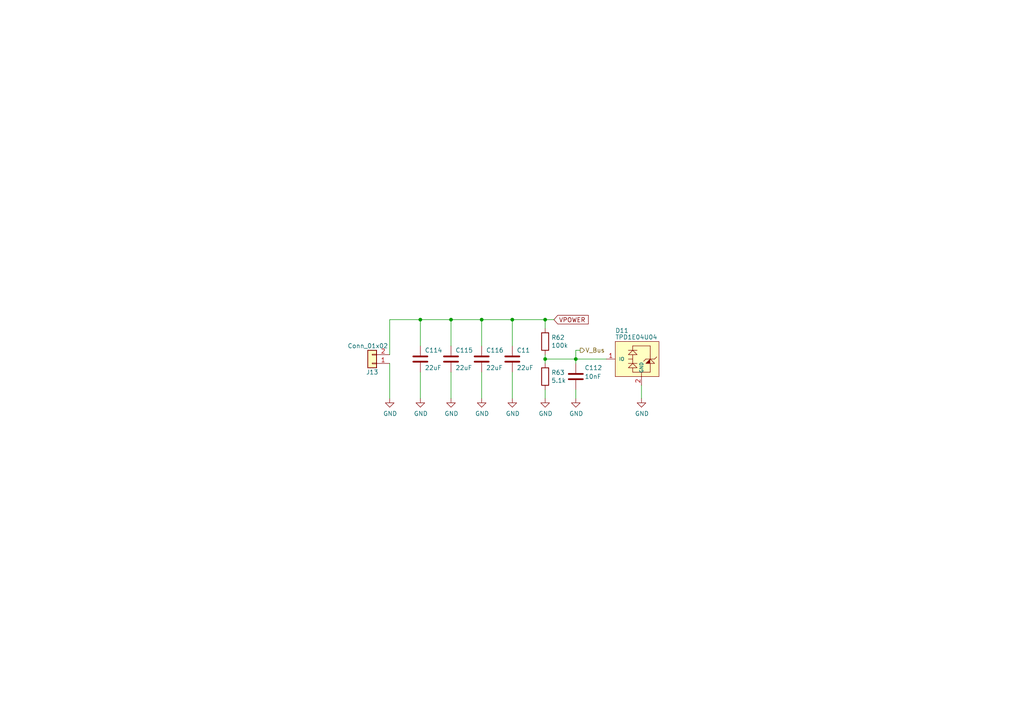
<source format=kicad_sch>
(kicad_sch (version 20211123) (generator eeschema)
  (paper "A4")
  (title_block (title "Open MOtor DRiver Initiative (OMODRI)") (date "2020-12-16") (rev "2.0") (company "LAAS/CNRS"))
  (lib_symbols
    (symbol "Connector_Generic:Conn_01x02" (pin_names (offset 1.016) hide)
      (property "Reference" "J" (at 0 2.54 0))
      (property "Value" "Conn_01x02" (at 0 -5.08 0))
      (symbol "Conn_01x02_1_1"
        (rectangle (start -1.27 -2.413) (end 0 -2.667) (stroke (width 0.1524)))
        (rectangle (start -1.27 0.127) (end 0 -0.127) (stroke (width 0.1524)))
        (rectangle (start -1.27 1.27) (end 1.27 -3.81) (stroke (width 0.254)) (fill (type background)))
        (pin passive line (at -5.08 0 0) (length 3.81) (name "Pin_1") (number "1"))
        (pin passive line (at -5.08 -2.54 0) (length 3.81) (name "Pin_2") (number "2"))
      )
    )
    (symbol "Device:C" (pin_numbers hide) (pin_names (offset 0.254))
      (property "Reference" "C" (at 0.635 2.54 0))
      (property "Value" "C" (at 0.635 -2.54 0))
      (symbol "C_0_1"
        (polyline (pts (xy -2.032 -0.762) (xy 2.032 -0.762)) (stroke (width 0.508)))
        (polyline (pts (xy -2.032 0.762) (xy 2.032 0.762)) (stroke (width 0.508)))
      )
      (symbol "C_1_1"
        (pin passive line (at 0 3.81 270) (length 2.794) (name "~") (number "1"))
        (pin passive line (at 0 -3.81 90) (length 2.794) (name "~") (number "2"))
      )
    )
    (symbol "Device:R" (pin_numbers hide) (pin_names (offset 0))
      (property "Reference" "R" (at 2.032 0 90))
      (property "Value" "R" (at 0 0 90))
      (symbol "R_0_1"
        (rectangle (start -1.016 -2.54) (end 1.016 2.54) (stroke (width 0.254)))
      )
      (symbol "R_1_1"
        (pin passive line (at 0 3.81 270) (length 1.27) (name "~") (number "1"))
        (pin passive line (at 0 -3.81 90) (length 1.27) (name "~") (number "2"))
      )
    )
    (symbol "omodri_lib:TPD1E04U04" (pin_names (offset 1.016))
      (property "Reference" "D" (at -6.35 8.89 0))
      (property "Value" "TPD1E04U04" (at -1.27 6.35 0))
      (symbol "TPD1E04U04_0_1"
        (polyline (pts (xy -2.54 -3.81) (xy 2.54 -3.81)))
        (polyline (pts (xy -2.54 3.81) (xy 2.54 3.81)))
      )
      (symbol "TPD1E04U04_1_1"
        (rectangle (start -7.62 5.08) (end 5.08 -5.08) (fill (type background)))
        (polyline (pts (xy -2.54 0) (xy -3.81 0)))
        (polyline (pts (xy 0 -3.81) (xy 0 -5.08)))
        (polyline (pts (xy 1.27 0) (xy 0.635 -0.635)))
        (polyline (pts (xy 2.54 -2.54) (xy 2.54 -3.81)))
        (polyline (pts (xy 3.81 0) (xy 4.445 0.635) (xy 3.81 0)))
        (polyline (pts (xy 2.54 1.27) (xy 2.54 3.81) (xy 2.54 0.635) (xy 2.54 0)))
        (polyline (pts (xy -2.54 0) (xy -2.54 -1.27) (xy -3.81 -1.27) (xy -1.27 -1.27) (xy -2.54 -1.27) (xy -3.81 -2.54) (xy -1.27 -2.54) (xy -2.54 -1.27) (xy -1.27 -2.54) (xy -2.54 -2.54) (xy -2.54 -3.81)))
        (polyline (pts (xy -2.54 3.81) (xy -2.54 2.54) (xy -3.81 2.54) (xy -1.27 2.54) (xy -2.54 2.54) (xy -3.81 1.27) (xy -1.27 1.27) (xy -2.54 2.54) (xy -1.27 1.27) (xy -2.54 1.27) (xy -2.54 0)))
        (polyline (pts (xy 2.54 1.27) (xy 2.54 0) (xy 1.27 0) (xy 3.81 0) (xy 2.54 0) (xy 1.27 -1.27) (xy 3.81 -1.27) (xy 2.54 0) (xy 3.81 -1.27) (xy 2.54 -1.27) (xy 2.54 -2.54)) (fill (type outline)))
        (pin passive line (at -10.16 0 0) (length 2.54) (name "IO") (number "1"))
        (pin power_in line (at 0 -7.62 90) (length 2.54) (name "GND") (number "2"))
      )
    )
    (symbol "power:GND" (power) (pin_names (offset 0))
      (property "Value" "GND" (at 0 -3.81 0))
      (symbol "GND_0_1"
        (polyline (pts (xy 0 0) (xy 0 -1.27) (xy 1.27 -1.27) (xy 0 -2.54) (xy -1.27 -1.27) (xy 0 -1.27)))
      )
      (symbol "GND_1_1"
        (pin power_in line (at 0 0 270) (length 0) hide (name "GND") (number "1"))
      )
    )
  )
  (junction (at 139.7 92.71))
  (junction (at 121.92 92.71))
  (junction (at 167.005 104.14))
  (junction (at 148.59 92.71))
  (junction (at 158.115 104.14))
  (junction (at 130.81 92.71))
  (junction (at 158.115 92.71))
  (wire (pts (xy 186.055 111.76) (xy 186.055 115.57)))
  (wire (pts (xy 148.59 92.71) (xy 148.59 100.33)))
  (wire (pts (xy 167.005 104.14) (xy 167.005 105.41)))
  (wire (pts (xy 121.92 107.95) (xy 121.92 115.57)))
  (wire (pts (xy 148.59 92.71) (xy 158.115 92.71)))
  (wire (pts (xy 139.7 92.71) (xy 130.81 92.71)))
  (wire (pts (xy 130.81 107.95) (xy 130.81 115.57)))
  (wire (pts (xy 130.81 92.71) (xy 121.92 92.71)))
  (wire (pts (xy 158.115 115.57) (xy 158.115 113.03)))
  (wire (pts (xy 158.115 105.41) (xy 158.115 104.14)))
  (wire (pts (xy 139.7 107.95) (xy 139.7 115.57)))
  (wire (pts (xy 113.03 105.41) (xy 113.03 115.57)))
  (wire (pts (xy 168.275 101.6) (xy 167.005 101.6)))
  (wire (pts (xy 158.115 104.14) (xy 167.005 104.14)))
  (wire (pts (xy 130.81 92.71) (xy 130.81 100.33)))
  (wire (pts (xy 113.03 92.71) (xy 113.03 102.87)))
  (wire (pts (xy 160.655 92.71) (xy 158.115 92.71)))
  (wire (pts (xy 158.115 104.14) (xy 158.115 102.87)))
  (wire (pts (xy 167.005 115.57) (xy 167.005 113.03)))
  (wire (pts (xy 175.895 104.14) (xy 167.005 104.14)))
  (wire (pts (xy 167.005 101.6) (xy 167.005 104.14)))
  (wire (pts (xy 121.92 92.71) (xy 121.92 100.33)))
  (wire (pts (xy 139.7 92.71) (xy 139.7 100.33)))
  (wire (pts (xy 139.7 92.71) (xy 148.59 92.71)))
  (wire (pts (xy 158.115 95.25) (xy 158.115 92.71)))
  (wire (pts (xy 148.59 107.95) (xy 148.59 115.57)))
  (wire (pts (xy 121.92 92.71) (xy 113.03 92.71)))
  (global_label "VPOWER" (shape input) (at 160.655 92.71 0) (property "Références Inter-Feuilles" "${INTERSHEET_REFS}" (effects hide)))
  (hierarchical_label "V_Bus" (shape output) (at 168.275 101.6 0))
  (symbol (lib_id "Device:C") (at 121.92 104.14 0) (unit 1)
    (property "Reference" "C114" (at 123.19 101.6 0) (effects (justify left)))
    (property "Value" "22uF" (at 123.19 106.68 0) (effects (justify left)))
    (property "Footprint" "Capacitor_SMD:C_2220_5650Metric" (effects hide))
    (property "DigiKey" "445-C5750X7S2A226M280KBCT-ND" (effects hide))
    (property "Farnell" "3416277" (effects hide))
    (property "Mouser" "810-C5750X7S2A226280" (effects hide))
    (property "Part No" "C5750X7S2A226M280KB" (effects hide))
    (property "Rated Voltage" "100V" (effects hide))
  )
  (symbol (lib_id "Device:C") (at 130.81 104.14 0) (unit 1)
    (property "Reference" "C115" (at 132.08 101.6 0) (effects (justify left)))
    (property "Value" "22uF" (at 132.08 106.68 0) (effects (justify left)))
    (property "Footprint" "Capacitor_SMD:C_2220_5650Metric" (effects hide))
    (property "DigiKey" "445-C5750X7S2A226M280KBCT-ND" (effects hide))
    (property "Farnell" "3416277" (effects hide))
    (property "Mouser" "810-C5750X7S2A226280" (effects hide))
    (property "Part No" "C5750X7S2A226M280KB" (effects hide))
    (property "Rated Voltage" "100V" (effects hide))
  )
  (symbol (lib_id "Device:C") (at 139.7 104.14 0) (unit 1)
    (property "Reference" "C116" (at 140.97 101.6 0) (effects (justify left)))
    (property "Value" "22uF" (at 140.97 106.68 0) (effects (justify left)))
    (property "Footprint" "Capacitor_SMD:C_2220_5650Metric" (effects hide))
    (property "DigiKey" "445-C5750X7S2A226M280KBCT-ND" (effects hide))
    (property "Farnell" "3416277" (effects hide))
    (property "Mouser" "810-C5750X7S2A226280" (effects hide))
    (property "Part No" "C5750X7S2A226M280KB" (effects hide))
    (property "Rated Voltage" "100V" (effects hide))
  )
  (symbol (lib_id "power:GND") (at 186.055 115.57 0) (unit 1)
    (property "Reference" "#PWR032" (effects hide))
    (property "Value" "GND" (at 186.182 119.9642 0))
  )
  (symbol (lib_id "omodri_lib:TPD1E04U04") (at 186.055 104.14 0) (unit 1)
    (property "Reference" "D11" (at 178.435 95.885 0) (effects (justify left)))
    (property "Value" "TPD1E04U04" (at 178.435 97.79 0) (effects (justify left)))
    (property "Footprint" "Diode_SMD:D_0201_0603Metric" (effects hide))
    (property "Datasheet" "https://www.ti.com/lit/ds/symlink/tpd1e04u04.pdf" (effects hide))
    (property "DigiKey" "296-47862-1-ND" (effects hide))
    (property "Mouser" "595-TPD1E04U04DPLT" (effects hide))
    (property "Part No" "TPD1E04U04DPLT" (effects hide))
  )
  (symbol (lib_id "power:GND") (at 167.005 115.57 0) (unit 1)
    (property "Reference" "#PWR0140" (effects hide))
    (property "Value" "GND" (at 167.132 119.9642 0))
  )
  (symbol (lib_id "power:GND") (at 113.03 115.57 0) (unit 1)
    (property "Reference" "#PWR0135" (effects hide))
    (property "Value" "GND" (at 113.157 119.9642 0))
  )
  (symbol (lib_id "Device:C") (at 167.005 109.22 0) (unit 1)
    (property "Reference" "C112" (at 169.545 106.68 0) (effects (justify left)))
    (property "Value" "10nF" (at 169.545 109.22 0) (effects (justify left)))
    (property "Footprint" "Capacitor_SMD:C_0201_0603Metric" (effects hide))
    (property "DigiKey" "490-14454-1-ND" (effects hide))
    (property "Farnell" "2990696" (effects hide))
    (property "Mouser" "81-GRM033R71E103KE4D" (effects hide))
    (property "Part No" "GRM033R71E103KE14D" (effects hide))
    (property "RS" "185-2059" (effects hide))
    (property "Rated Voltage" "25V" (effects hide))
  )
  (symbol (lib_id "Device:R") (at 158.115 109.22 0) (unit 1)
    (property "Reference" "R63" (at 159.893 108.0516 0) (effects (justify left)))
    (property "Value" "5.1k" (at 159.893 110.363 0) (effects (justify left)))
    (property "Footprint" "Resistor_SMD:R_0402_1005Metric" (effects hide))
    (property "DigiKey" "P5.10KLCT-ND" (effects hide))
    (property "Farnell" "2302709" (effects hide))
    (property "Mouser" "667-ERJ-2RKF5101X" (effects hide))
    (property "Part No" "ERJ-2RKF5101X" (effects hide))
    (property "RS" "732-5536" (effects hide))
    (property "Rated Voltage" "50" (effects hide))
  )
  (symbol (lib_id "Device:R") (at 158.115 99.06 0) (unit 1)
    (property "Reference" "R62" (at 159.893 97.8916 0) (effects (justify left)))
    (property "Value" "100k" (at 159.893 100.203 0) (effects (justify left)))
    (property "Footprint" "Resistor_SMD:R_0402_1005Metric" (effects hide))
    (property "DigiKey" "P100KLCT-ND" (effects hide))
    (property "Farnell" "2302839" (effects hide))
    (property "Mouser" "667-ERJ-2RKF1003X" (effects hide))
    (property "Part No" "ERJ-2RKF1003X" (effects hide))
    (property "Rated Voltage" "50" (effects hide))
    (property "RS" "732-5255" (effects hide))
  )
  (symbol (lib_id "Connector_Generic:Conn_01x02") (at 107.95 105.41 180) (unit 1)
    (property "Reference" "J13" (at 107.95 107.95 0))
    (property "Value" "Conn_01x02" (at 106.68 100.33 0))
    (property "Footprint" "udriver3:AMASS_XT30PW-M_1x02_P2.50mm_Horizontal" (effects hide))
  )
  (symbol (lib_id "power:GND") (at 158.115 115.57 0) (unit 1)
    (property "Reference" "#PWR0139" (effects hide))
    (property "Value" "GND" (at 158.242 119.9642 0))
  )
  (symbol (lib_id "power:GND") (at 139.7 115.57 0) (unit 1)
    (property "Reference" "#PWR0138" (effects hide))
    (property "Value" "GND" (at 139.827 119.9642 0))
  )
  (symbol (lib_id "power:GND") (at 130.81 115.57 0) (unit 1)
    (property "Reference" "#PWR0137" (effects hide))
    (property "Value" "GND" (at 130.937 119.9642 0))
  )
  (symbol (lib_id "power:GND") (at 121.92 115.57 0) (unit 1)
    (property "Reference" "#PWR0136" (effects hide))
    (property "Value" "GND" (at 122.047 119.9642 0))
  )
  (symbol (lib_id "Device:C") (at 148.59 104.14 0) (unit 1)
    (property "Reference" "C11" (at 149.86 101.6 0) (effects (justify left)))
    (property "Value" "22uF" (at 149.86 106.68 0) (effects (justify left)))
    (property "Footprint" "Capacitor_SMD:C_2220_5650Metric" (effects hide))
    (property "DigiKey" "445-C5750X7S2A226M280KBCT-ND" (effects hide))
    (property "Farnell" "3416277" (effects hide))
    (property "Mouser" "810-C5750X7S2A226280" (effects hide))
    (property "Part No" "C5750X7S2A226M280KB" (effects hide))
    (property "Rated Voltage" "100V" (effects hide))
  )
  (symbol (lib_id "power:GND") (at 148.59 115.57 0) (unit 1)
    (property "Reference" "#PWR0157" (effects hide))
    (property "Value" "GND" (at 148.717 119.9642 0))
  )
)
</source>
